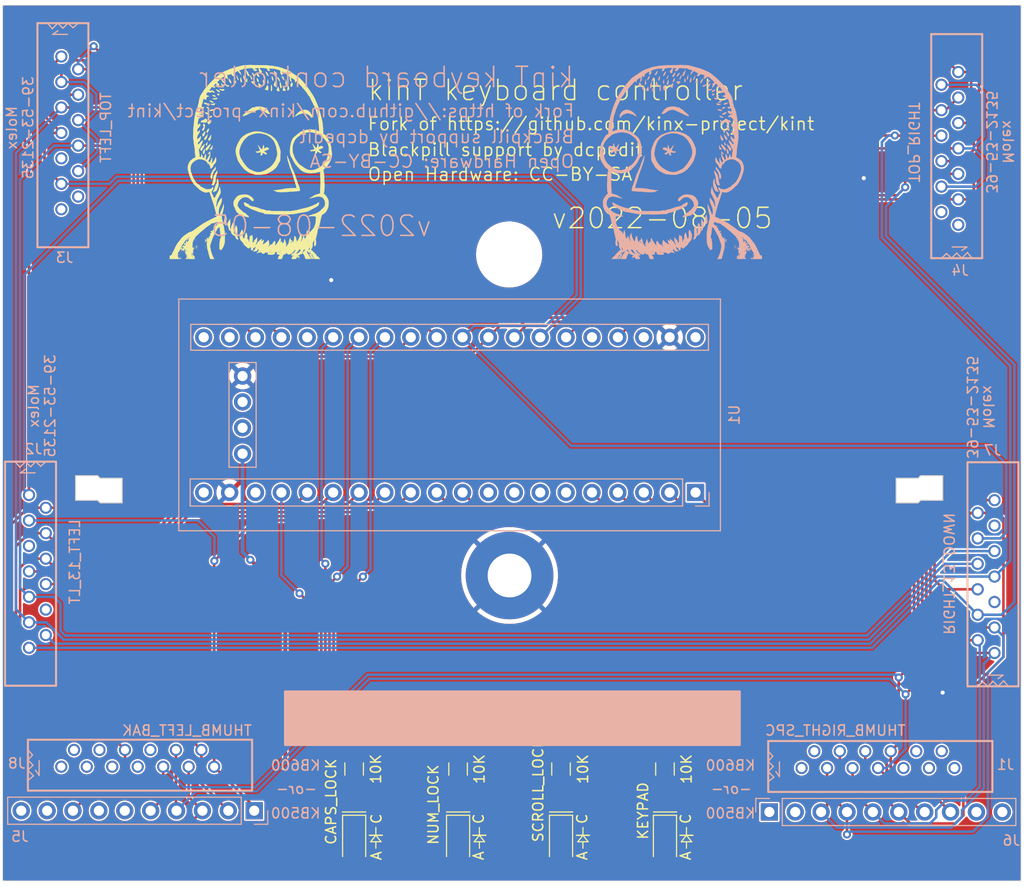
<source format=kicad_pcb>
(kicad_pcb (version 20211014) (generator pcbnew)
  (title_block (date "2021-06-26"))
  (layers (0 "F.Cu" signal) (31 "B.Cu" signal) (34 "B.Paste" user) (35 "F.Paste" user) (36 "B.SilkS" user "B.Silkscreen") (37 "F.SilkS" user "F.Silkscreen") (38 "B.Mask" user) (39 "F.Mask" user) (44 "Edge.Cuts" user))
  (net 0 "")
  (net 1 "/ROW_2")
  (net 2 "/ROW_3")
  (net 3 "/ROW_4")
  (net 4 "/ROW_5")
  (net 5 "/ROW_6")
  (net 6 "/ROW_8")
  (net 7 "/ROW_7")
  (net 8 "/ROW_9")
  (net 15 "/ROW_ESC")
  (net 16 "/ROW_F1")
  (net 17 "/ROW_F2")
  (net 21 "/ROW_1")
  (net 22 "/ROW_EQL")
  (net 24 "/3V3")
  (net 29 "/ROW_MIN")
  (net 30 "/ROW_0")
  (net 31 "GND")
  (net 32 "/COL_3")
  (net 34 "/COL_4")
  (net 35 "/COL_2")
  (net 36 "/COL_1")
  (net 38 "/COL_0")
  (net 42 "/COL_5")
  (net 47 "/COL_6")
  (net 52 "Net-(LED1-Pad1)")
  (net 53 "Net-(LED2-Pad1)")
  (net 54 "Net-(LED3-Pad1)")
  (net 55 "Net-(LED4-Pad1)")
  (net 56 "/LED_CAPS_LOCK")
  (net 57 "/LED_NUM_LOCK")
  (net 58 "/LED_SCROLL_LOCK")
  (net 59 "/LED_KEYPAD")
  (footprint "LED_SMD:LED_1206_3216Metric_Pad1.42x1.75mm_HandSolder" (layer "F.Cu") (at 133.2511 144.0036 -90)
    (fp_text reference "LED1" hide)
    (fp_text value "LEDSML1206" hide)
  )
  (footprint "LED_SMD:LED_1206_3216Metric_Pad1.42x1.75mm_HandSolder" (layer "F.Cu") (at 143.4511 144.0036 -90)
    (fp_text reference "LED2" hide)
    (fp_text value "LEDSML1206" hide)
  )
  (footprint "LED_SMD:LED_1206_3216Metric_Pad1.42x1.75mm_HandSolder" (layer "F.Cu") (at 153.5511 144.0036 -90)
    (fp_text reference "LED3" hide)
    (fp_text value "LEDSML1206" hide)
  )
  (footprint "LED_SMD:LED_1206_3216Metric_Pad1.42x1.75mm_HandSolder" (layer "F.Cu") (at 163.7511 144.0036 -90)
    (fp_text reference "LED4" hide)
    (fp_text value "LEDSML1206" hide)
  )
  (footprint "Resistor_SMD:R_1206_3216Metric_Pad1.42x1.75mm_HandSolder" (layer "F.Cu") (at 143.4511 137.0036 -90)
    (fp_text reference "R2")
    (fp_text value "10K")
  )
  (footprint "Resistor_SMD:R_1206_3216Metric_Pad1.42x1.75mm_HandSolder" (layer "F.Cu") (at 153.5511 137.0036 -90)
    (fp_text reference "R3")
    (fp_text value "10K")
  )
  (footprint "Resistor_SMD:R_1206_3216Metric_Pad1.42x1.75mm_HandSolder" (layer "F.Cu") (at 133.2511 137.0036 -90)
    (fp_text reference "R1")
    (fp_text value "10K")
  )
  (footprint "Resistor_SMD:R_1206_3216Metric_Pad1.42x1.75mm_HandSolder" (layer "F.Cu") (at 163.7511 137.0036 -90)
    (fp_text reference "R4")
    (fp_text value "10K")
  )
  (footprint "MountingHole:MountingHole_6mm" (layer "F.Cu") (at 148.463 86.487)
    (fp_text reference "H2" hide)
    (fp_text value "mounting pad")
  )
  (footprint "MountingHole:MountingHole_4.3mm_M4_Pad" (layer "F.Cu") (at 148.5011 118.0036)
    (fp_text reference "H1" hide)
    (fp_text value "mounting pad" hide)
  )
  (footprint "kinx:logo" (layer "F.Cu") (at 123.317 77.216)
    (fp_text reference "G***" hide)
    (fp_text value "LOGO" hide)
  )
  (footprint "kinx:39-53-2135" (layer "B.Cu") (at 101.346 117.602 -90)
    (fp_text reference "J2")
    (fp_text value "LEFT_13_LT")
  )
  (footprint "kinx:39-53-2135" (layer "B.Cu") (at 104.521 74.549 -90)
    (fp_text reference "J3")
    (fp_text value "TOP_LEFT")
  )
  (footprint "kinx:39-53-2135" (layer "B.Cu") (at 196.088 118.11 90)
    (fp_text reference "J7")
    (fp_text value "RIGHT_13_DOWN")
  )
  (footprint "kinx:39-53-2135" (layer "B.Cu") (at 192.532 76.073 90)
    (fp_text reference "J4")
    (fp_text value "TOP_RIGHT")
  )
  (footprint "kinx:39-53-2135" (layer "B.Cu") (at 112.014 136.779)
    (fp_text reference "J8")
    (fp_text value "THUMB_LEFT_BAK_KB600" hide)
  )
  (footprint "kinx:logo" (layer "B.Cu") (at 165.1 77.216 180)
    (fp_text reference "G***" hide)
    (fp_text value "LOGO" hide)
  )
  (footprint "kinx:39-53-2135" (layer "B.Cu") (at 184.658 136.906)
    (fp_text reference "J1")
    (fp_text value "THUMB_RIGHT_SPC_KB600" hide)
  )
  (footprint "Connector_PinHeader_2.54mm:PinHeader_1x10_P2.54mm_Vertical" (layer "B.Cu") (at 173.995 141.224 -90)
    (fp_text reference "J6")
    (fp_text value "THUMB_RIGHT_SPC")
  )
  (footprint "Connector_PinHeader_2.54mm:PinHeader_1x10_P2.54mm_Vertical" (layer "B.Cu") (at 123.444 141.097 90)
    (fp_text reference "J5")
    (fp_text value "THUMB_LEFT_BAK")
  )
  (footprint "Footprints:YAAJ_WeAct_BlackPill_SWD_2" (layer "B.Cu") (at 166.751 109.855 90)
    (fp_text reference "U1")
    (fp_text value "YAAJ_WeAct_BlackPill_Part_Like_SWD_Breakout" hide)
  )
  (gr_line (start 156.337 143.51) (end 155.702 143.51) (layer "F.SilkS") (width 0.12))
  (gr_line (start 155.194 144.145) (end 155.702 143.51) (layer "F.SilkS") (width 0.12))
  (gr_line (start 166.37 144.145) (end 165.354 144.145) (layer "F.SilkS") (width 0.12))
  (gr_line (start 165.227 143.51) (end 166.497 143.51) (layer "F.SilkS") (width 0.12))
  (gr_line (start 165.862 142.748) (end 165.862 143.51) (layer "F.SilkS") (width 0.12))
  (gr_line (start 165.862 144.145) (end 165.862 144.78) (layer "F.SilkS") (width 0.12))
  (gr_line (start 165.862 143.51) (end 166.37 144.145) (layer "F.SilkS") (width 0.12))
  (gr_line (start 165.354 144.145) (end 165.862 143.51) (layer "F.SilkS") (width 0.12))
  (gr_line (start 166.497 143.51) (end 165.862 143.51) (layer "F.SilkS") (width 0.12))
  (gr_line (start 165.862 143.51) (end 165.227 143.51) (layer "F.SilkS") (width 0.12))
  (gr_line (start 145.542 142.748) (end 145.542 143.51) (layer "F.SilkS") (width 0.12))
  (gr_line (start 145.542 144.145) (end 145.542 144.78) (layer "F.SilkS") (width 0.12))
  (gr_line (start 146.05 144.145) (end 145.034 144.145) (layer "F.SilkS") (width 0.12))
  (gr_line (start 145.034 144.145) (end 145.542 143.51) (layer "F.SilkS") (width 0.12))
  (gr_line (start 145.542 143.51) (end 146.05 144.145) (layer "F.SilkS") (width 0.12))
  (gr_line (start 144.907 143.51) (end 146.177 143.51) (layer "F.SilkS") (width 0.12))
  (gr_line (start 146.177 143.51) (end 145.542 143.51) (layer "F.SilkS") (width 0.12))
  (gr_line (start 145.542 143.51) (end 144.907 143.51) (layer "F.SilkS") (width 0.12))
  (gr_line (start 135.382 144.145) (end 135.382 144.78) (layer "F.SilkS") (width 0.12))
  (gr_line (start 134.874 144.145) (end 135.382 143.51) (layer "F.SilkS") (width 0.12))
  (gr_line (start 136.017 143.51) (end 135.382 143.51) (layer "F.SilkS") (width 0.12))
  (gr_line (start 134.747 143.51) (end 136.017 143.51) (layer "F.SilkS") (width 0.12))
  (gr_line (start 135.382 143.51) (end 135.89 144.145) (layer "F.SilkS") (width 0.12))
  (gr_line (start 135.382 142.748) (end 135.382 143.51) (layer "F.SilkS") (width 0.12))
  (gr_line (start 135.382 143.51) (end 134.747 143.51) (layer "F.SilkS") (width 0.12))
  (gr_line (start 135.89 144.145) (end 134.874 144.145) (layer "F.SilkS") (width 0.12))
  (gr_line (start 142.3161 141.224) (end 144.6021 141.224) (layer "F.SilkS") (width 0.12))
  (gr_line (start 132.1001 141.224) (end 134.3861 141.224) (layer "F.SilkS") (width 0.12))
  (gr_line (start 162.6161 141.224) (end 164.9021 141.224) (layer "F.SilkS") (width 0.12))
  (gr_line (start 155.702 142.748) (end 155.702 143.51) (layer "F.SilkS") (width 0.12))
  (gr_line (start 155.702 144.145) (end 155.702 144.78) (layer "F.SilkS") (width 0.12))
  (gr_line (start 155.702 143.51) (end 156.21 144.145) (layer "F.SilkS") (width 0.12))
  (gr_line (start 156.21 144.145) (end 155.194 144.145) (layer "F.SilkS") (width 0.12))
  (gr_line (start 155.067 143.51) (end 156.337 143.51) (layer "F.SilkS") (width 0.12))
  (gr_line (start 152.4161 141.224) (end 154.7021 141.224) (layer "F.SilkS") (width 0.12))
  (gr_line (start 155.702 143.51) (end 155.067 143.51) (layer "F.SilkS") (width 0.12))
  (gr_line (start 198.7 62.0036) (end 98.75 62.0036) (layer "Edge.Cuts") (width 0.05))
  (gr_line (start 105.918 108.204) (end 105.918 110.617) (layer "Edge.Cuts") (width 0.1))
  (gr_line (start 110.49 108.458) (end 108.331 108.458) (layer "Edge.Cuts") (width 0.1))
  (gr_line (start 110.49 110.871) (end 108.331 110.871) (layer "Edge.Cuts") (width 0.1))
  (gr_line (start 108.077 108.204) (end 105.918 108.204) (layer "Edge.Cuts") (width 0.1))
  (gr_line (start 105.918 110.617) (end 108.077 110.617) (layer "Edge.Cuts") (width 0.1))
  (gr_line (start 191.008 108.204) (end 191.008 110.617) (layer "Edge.Cuts") (width 0.1))
  (gr_line (start 186.436 110.871) (end 188.595 110.871) (layer "Edge.Cuts") (width 0.1))
  (gr_line (start 188.849 110.617) (end 188.595 110.871) (layer "Edge.Cuts") (width 0.1))
  (gr_line (start 188.849 108.204) (end 188.595 108.458) (layer "Edge.Cuts") (width 0.1))
  (gr_line (start 186.436 108.458) (end 186.436 110.871) (layer "Edge.Cuts") (width 0.1))
  (gr_line (start 188.849 108.204) (end 191.008 108.204) (layer "Edge.Cuts") (width 0.1))
  (gr_line (start 191.008 110.617) (end 188.849 110.617) (layer "Edge.Cuts") (width 0.1))
  (gr_line (start 186.436 108.458) (end 188.595 108.458) (layer "Edge.Cuts") (width 0.1))
  (gr_line (start 98.75 148.0036) (end 198.7 148.0036) (layer "Edge.Cuts") (width 0.05))
  (gr_line (start 198.7 148.0036) (end 198.7 62.0036) (layer "Edge.Cuts") (width 0.05))
  (gr_line (start 98.75 62.0036) (end 98.75 148.0036) (layer "Edge.Cuts") (width 0.05))
  (gr_line (start 108.077 110.617) (end 108.331 110.871) (layer "Edge.Cuts") (width 0.1))
  (gr_line (start 110.49 108.458) (end 110.49 110.871) (layer "Edge.Cuts") (width 0.1))
  (gr_line (start 108.077 108.204) (end 108.331 108.458) (layer "Edge.Cuts") (width 0.1))
  (gr_text "Blackpill support by dcpedit" (at 154.94 74.93) (layer "B.SilkS") (effects (font (size 1.25 1.25)) (justify left mirror)))
  (gr_text "v2022-08-05" (at 140.97 83.693) (layer "B.SilkS") (effects (font (size 2 2)) (justify left mirror)))
  (gr_text "kinT keyboard controller" (at 154.94 69.088) (layer "B.SilkS") (effects (font (size 2 2)) (justify left mirror)))
  (gr_text "Molex\n39-53-2135" (at 196.596 75.438 270) (layer "B.SilkS") (effects (font (size 1 1)) (justify mirror)))
  (gr_text "Molex\n39-53-2135" (at 194.691 101.473 270) (layer "B.SilkS") (effects (font (size 1 1)) (justify mirror)))
  (gr_text "Molex\n39-53-2135" (at 102.616 101.346 90) (layer "B.SilkS") (effects (font (size 1 1)) (justify mirror)))
  (gr_text "KB500" (at 170.18 141.351) (layer "B.SilkS") (effects (font (size 1 1)) (justify mirror)))
  (gr_text "-or-" (at 170.307 138.938) (layer "B.SilkS") (effects (font (size 1 1) (thickness 0.15) italic) (justify mirror)))
  (gr_text "KB600" (at 170.18 136.652) (layer "B.SilkS") (effects (font (size 1 1)) (justify mirror)))
  (gr_text "KB600" (at 127.508 136.652) (layer "B.SilkS") (effects (font (size 1 1)) (justify mirror)))
  (gr_text "KB500" (at 127.508 141.351) (layer "B.SilkS") (effects (font (size 1 1)) (justify mirror)))
  (gr_text "-or-" (at 127.635 138.938) (layer "B.SilkS") (effects (font (size 1 1) (thickness 0.15) italic) (justify mirror)))
  (gr_text "Open Hardware: CC-BY-SA" (at 154.94 77.343) (layer "B.SilkS") (effects (font (size 1.25 1.25)) (justify left mirror)))
  (gr_text "Fork of https://github.com/kinx-project/kint" (at 154.94 72.39) (layer "B.SilkS") (effects (font (size 1.25 1.25)) (justify left mirror)))
  (gr_text "Molex\n39-53-2135" (at 100.457 74.041 90) (layer "B.SilkS") (effects (font (size 1 1)) (justify mirror)))
  (gr_text "Blackpill support by dcpedit" (at 134.493 76.2) (layer "F.SilkS") (effects (font (size 1.25 1.25)) (justify left)))
  (gr_text "Fork of https://github.com/kinx-project/kint" (at 134.493 73.66) (layer "F.SilkS") (effects (font (size 1.25 1.25)) (justify left)))
  (gr_text "kinT keyboard controller" (at 134.493 70.358) (layer "F.SilkS") (effects (font (size 2 2)) (justify left)))
  (gr_text "Open Hardware: CC-BY-SA" (at 134.493 78.613) (layer "F.SilkS") (effects (font (size 1.25 1.25)) (justify left)))
  (gr_text "v2022-08-05" (at 152.527 82.931) (layer "F.SilkS") (effects (font (size 2 2)) (justify left)))
  (gr_text "C" (at 136.017 142.494 90) (layer "F.SilkS") (effects (font (size 1 1)) (justify left bottom)))
  (gr_text "A" (at 136.017 146.05 90) (layer "F.SilkS") (effects (font (size 1 1)) (justify left bottom)))
  (gr_text "C" (at 146.05 142.494 90) (layer "F.SilkS") (effects (font (size 1 1)) (justify left bottom)))
  (gr_text "A" (at 146.05 146.05 90) (layer "F.SilkS") (effects (font (size 1 1)) (justify left bottom)))
  (gr_text "A" (at 156.21 146.05 90) (layer "F.SilkS") (effects (font (size 1 1)) (justify left bottom)))
  (gr_text "C" (at 156.21 142.494 90) (layer "F.SilkS") (effects (font (size 1 1)) (justify left bottom)))
  (gr_text "A" (at 166.37 146.05 90) (layer "F.SilkS") (effects (font (size 1 1)) (justify left bottom)))
  (gr_text "C" (at 166.37 142.494 90) (layer "F.SilkS") (effects (font (size 1 1)) (justify left bottom)))
  (gr_text "CAPS_LOCK" (at 131.572 144.526 90) (layer "F.SilkS") (effects (font (size 1 1)) (justify left bottom)))
  (gr_text "NUM_LOCK" (at 141.605 144.526 90) (layer "F.SilkS") (effects (font (size 1 1)) (justify left bottom)))
  (gr_text "SCROLL_LOCK" (at 151.892 144.272 90) (layer "F.SilkS") (effects (font (size 1 1)) (justify left bottom)))
  (gr_text "KEYPAD" (at 162.179 144.018 90) (layer "F.SilkS") (effects (font (size 1 1)) (justify left bottom)))
  (segment (start 130.064089 110.981911) (end 128.092489 110.981911) (width 0.25) (layer "F.Cu") (net 1))
  (segment (start 116.58537 111.38383) (end 109.92104 118.04816) (width 0.25) (layer "F.Cu") (net 1))
  (segment (start 100.9825 127.0175) (end 100.469089 126.504089) (width 0.25) (layer "F.Cu") (net 1))
  (segment (start 109.92104 118.04816) (end 109.28516 118.04816) (width 0.25) (layer "F.Cu") (net 1))
  (segment (start 100.469089 126.504089) (end 100.469089 117.23877) (width 0.25) (layer "F.Cu") (net 1))
  (segment (start 105.791 131.826) (end 100.9825 127.0175) (width 0.25) (layer "F.Cu") (net 1))
  (segment (start 131.191 109.855) (end 130.064089 110.981911) (width 0.25) (layer "F.Cu") (net 1))
  (segment (start 118.264 138.457) (end 120.904 141.097) (width 0.25) (layer "F.Cu") (net 1))
  (segment (start 127.69057 111.38383) (end 116.58537 111.38383) (width 0.25) (layer "F.Cu") (net 1))
  (segment (start 128.092489 110.981911) (end 127.69057 111.38383) (width 0.25) (layer "F.Cu") (net 1))
  (segment (start 114.961 131.826) (end 118.264 135.129) (width 0.25) (layer "F.Cu") (net 1))
  (segment (start 101.355859 116.352) (end 101.648 116.352) (width 0.25) (layer "F.Cu") (net 1))
  (segment (start 114.961 131.826) (end 105.791 131.826) (width 0.25) (layer "F.Cu") (net 1))
  (segment (start 100.469089 117.23877) (end 101.355859 116.352) (width 0.25) (layer "F.Cu") (net 1))
  (segment (start 118.264 135.129) (end 118.264 138.457) (width 0.25) (layer "F.Cu") (net 1))
  (segment (start 104.69216 118.04816) (end 109.28516 118.04816) (width 0.25) (layer "F.Cu") (net 1))
  (segment (start 102.996 116.352) (end 104.69216 118.04816) (width 0.25) (layer "F.Cu") (net 1))
  (segment (start 102.996 116.352) (end 101.648 116.352) (width 0.25) (layer "F.Cu") (net 1))
  (segment (start 105.664 141.097) (end 108.077 138.684) (width 0.25) (layer "F.Cu") (net 2))
  (segment (start 108.077 138.684) (end 108.585 138.684) (width 0.25) (layer "F.Cu") (net 2))
  (segment (start 101.355859 113.852) (end 100.067169 115.14069) (width 0.25) (layer "F.Cu") (net 2))
  (segment (start 109.75456 117.64624) (end 108.92176 117.64624) (width 0.25) (layer "F.Cu") (net 2))
  (segment (start 127.524089 110.981911) (end 116.418889 110.981911) (width 0.25) (layer "F.Cu") (net 2))
  (segment (start 116.418889 110.981911) (end 109.75456 117.64624) (width 0.25) (layer "F.Cu") (net 2))
  (segment (start 105.62452 132.22792) (end 107.86292 132.22792) (width 0.25) (layer "F.Cu") (net 2))
  (segment (start 128.651 109.855) (end 127.524089 110.981911) (width 0.25) (layer "F.Cu") (net 2))
  (segment (start 107.86292 132.22792) (end 110.764 135.129) (width 0.25) (layer "F.Cu") (net 2))
  (segment (start 106.79024 117.64624) (end 108.92176 117.64624) (width 0.25) (layer "F.Cu") (net 2))
  (segment (start 101.54 113.852) (end 102.996 113.852) (width 0.25) (layer "F.Cu") (net 2))
  (segment (start 100.067169 126.670569) (end 105.62452 132.22792) (width 0.25) (layer "F.Cu") (net 2))
  (segment (start 100.067169 115.14069) (end 100.067169 126.670569) (width 0.25) (layer "F.Cu") (net 2))
  (segment (start 109.982 138.684) (end 108.585 138.684) (width 0.25) (layer "F.Cu") (net 2))
  (segment (start 102.996 113.852) (end 106.79024 117.64624) (width 0.25) (layer "F.Cu") (net 2))
  (segment (start 110.764 137.902) (end 109.982 138.684) (width 0.25) (layer "F.Cu") (net 2))
  (segment (start 110.764 135.129) (end 110.764 137.902) (width 0.25) (layer "F.Cu") (net 2))
  (segment (start 101.54 113.852) (end 101.355859 113.852) (width 0.25) (layer "F.Cu") (net 2))
  (segment (start 132.93705 111.78575) (end 133.338969 111.383831) (width 0.25) (layer "F.Cu") (net 3))
  (segment (start 123.444 140.709) (end 123.444 141.097) (width 0.25) (layer "F.Cu") (net 3))
  (segment (start 119.514 136.779) (end 123.444 140.709) (width 0.25) (layer "F.Cu") (net 3))
  (segment (start 128.190012 112.589588) (end 128.591929 112.187671) (width 0.25) (layer "F.Cu") (net 3))
  (segment (start 135.310569 111.383831) (end 135.712489 110.981911) (width 0.25) (layer "F.Cu") (net 3))
  (segment (start 135.712489 110.981911) (end 137.684089 110.981911) (width 0.25) (layer "F.Cu") (net 3))
  (segment (start 128.591929 112.187671) (end 130.56353 112.18767) (width 0.25) (layer "F.Cu") (net 3))
  (segment (start 119.514 136.779) (end 119.514 116.594) (width 0.25) (layer "F.Cu") (net 3))
  (segment (start 119.514 116.594) (end 119.533 116.575) (width 0.25) (layer "F.Cu") (net 3))
  (segment (start 137.684089 110.981911) (end 138.811 109.855) (width 0.25) (layer "F.Cu") (net 3))
  (segment (start 119.533 116.573) (end 123.516411 112.589589) (width 0.25) (layer "F.Cu") (net 3))
  (segment (start 130.56353 112.18767) (end 130.965449 111.785751) (width 0.25) (layer "F.Cu") (net 3))
  (segment (start 130.965449 111.785751) (end 132.93705 111.78575) (width 0.25) (layer "F.Cu") (net 3))
  (segment (start 123.516411 112.589589) (end 128.190012 112.589588) (width 0.25) (layer "F.Cu") (net 3))
  (segment (start 133.338969 111.383831) (end 135.310569 111.383831) (width 0.25) (layer "F.Cu") (net 3))
  (segment (start 119.533 116.573) (end 119.533 116.575) (width 0.25) (layer "F.Cu") (net 3))
  (via (at 119.533 116.575) (size 0.8) (drill 0.4) (layers "F.Cu" "B.Cu") (net 3))
  (segment (start 117.94 112.602) (end 118.874 113.536) (width 0.25) (layer "B.Cu") (net 3))
  (segment (start 119.533 114.195) (end 118.874 113.536) (width 0.25) (layer "B.Cu") (net 3))
  (segment (start 119.533 116.575) (end 119.533 114.195) (width 0.25) (layer "B.Cu") (net 3))
  (segment (start 101.346 112.602) (end 117.94 112.602) (width 0.25) (layer "B.Cu") (net 3))
  (segment (start 101.246 111.352) (end 99.665249 112.932751) (width 0.25) (layer "F.Cu") (net 4))
  (segment (start 102.996 111.352) (end 104.167 111.352) (width 0.25) (layer "F.Cu") (net 4))
  (segment (start 99.66525 126.83705) (end 101.710911 128.882711) (width 0.25) (layer "F.Cu") (net 4))
  (segment (start 99.665249 112.932751) (end 99.66525 126.83705) (width 0.25) (layer "F.Cu") (net 4))
  (segment (start 101.710911 142.223911) (end 102.87 143.383) (width 0.25) (layer "F.Cu") (net 4))
  (segment (start 104.648 110.871) (end 104.648 104.14) (width 0.25) (layer "F.Cu") (net 4))
  (segment (start 102.87 143.383) (end 116.078 143.383) (width 0.25) (layer "F.Cu") (net 4))
  (segment (start 136.917 96.509) (end 113.295 96.509) (width 0.25) (layer "F.Cu") (net 4))
  (segment (start 112.279 96.509) (end 113.295 96.509) (width 0.25) (layer "F.Cu") (net 4))
  (segment (start 104.648 104.14) (end 112.279 96.509) (width 0.25) (layer "F.Cu") (net 4))
  (segment (start 104.167 111.352) (end 104.648 110.871) (width 0.25) (layer "F.Cu") (net 4))
  (segment (start 138.811 94.615) (end 136.917 96.509) (width 0.25) (layer "F.Cu") (net 4))
  (segment (start 117.014 136.779) (end 117.014 139.747) (width 0.25) (layer "F.Cu") (net 4))
  (segment (start 101.710911 128.882711) (end 101.710911 142.223911) (width 0.25) (layer "F.Cu") (net 4))
  (segment (start 116.078 143.383) (end 118.364 141.097) (width 0.25) (layer "F.Cu") (net 4))
  (segment (start 117.014 139.747) (end 118.364 141.097) (width 0.25) (layer "F.Cu") (net 4))
  (segment (start 102.996 111.352) (end 101.246 111.352) (width 0.25) (layer "F.Cu") (net 4))
  (segment (start 164.67199 112.58959) (end 164.270071 112.187671) (width 0.25) (layer "F.Cu") (net 5))
  (segment (start 179.658 136.906) (end 179.658 140.641) (width 0.25) (layer "F.Cu") (net 5))
  (segment (start 159.92495 111.78575) (end 159.523031 111.383831) (width 0.25) (layer "F.Cu") (net 5))
  (segment (start 162.29847 112.18767) (end 161.896551 111.785751) (width 0.25) (layer "F.Cu") (net 5))
  (segment (start 157.551431 111.383831) (end 157.149511 110.981911) (width 0.25) (layer "F.Cu") (net 5))
  (segment (start 159.523031 111.383831) (end 157.551431 111.383831) (width 0.25) (layer "F.Cu") (net 5))
  (segment (start 157.149511 110.981911) (end 145.017911 110.981911) (width 0.25) (layer "F.Cu") (net 5))
  (segment (start 161.896551 111.785751) (end 159.92495 111.78575) (width 0.25) (layer "F.Cu") (net 5))
  (segment (start 182.698681 113.610681) (end 167.664675 113.610675) (width 0.25) (layer "F.Cu") (net 5))
  (segment (start 164.270071 112.187671) (end 162.29847 112.18767) (width 0.25) (layer "F.Cu") (net 5))
  (segment (start 191.904 125.61) (end 188.99692 122.70292) (width 0.25) (layer "F.Cu") (net 5))
  (segment (start 179.658 140.641) (end 179.075 141.224) (width 0.25) (layer "F.Cu") (net 5))
  (segment (start 145.017911 110.981911) (end 143.891 109.855) (width 0.25) (layer "F.Cu") (net 5))
  (segment (start 166.643591 112.589591) (end 164.67199 112.58959) (width 0.25) (layer "F.Cu") (net 5))
  (segment (start 167.664675 113.610675) (end 166.643591 112.589591) (width 0.25) (layer "F.Cu") (net 5))
  (segment (start 185.553081 113.610681) (end 182.698681 113.610681) (width 0.25) (layer "F.Cu") (net 5))
  (segment (start 188.99692 122.70292) (end 188.99692 117.05452) (width 0.25) (layer "F.Cu") (net 5))
  (segment (start 188.99692 117.05452) (end 185.553081 113.610681) (width 0.25) (layer "F.Cu") (net 5))
  (segment (start 196.088 125.61) (end 191.904 125.61) (width 0.25) (layer "F.Cu") (net 5))
  (segment (start 180.60383 142.75283) (end 179.075 141.224) (width 0.25) (layer "B.Cu") (net 5))
  (segment (start 192.901911 141.043395) (end 192.901911 141.690783) (width 0.25) (layer "B.Cu") (net 5))
  (segment (start 196.088 125.61) (end 195.039991 126.658009) (width 0.25) (layer "B.Cu") (net 5))
  (segment (start 192.901911 141.690783) (end 191.839864 142.75283) (width 0.25) (layer "B.Cu") (net 5))
  (segment (start 191.839864 142.75283) (end 180.60383 142.75283) (width 0.25) (layer "B.Cu") (net 5))
  (segment (start 195.039991 126.658009) (end 195.039991 138.905315) (width 0.25) (layer "B.Cu") (net 5))
  (segment (start 195.039991 138.905315) (end 192.901911 141.043395) (width 0.25) (layer "B.Cu") (net 5))
  (segment (start 167.831156 113.208756) (end 166.810071 112.187671) (width 0.25) (layer "F.Cu") (net 6))
  (segment (start 164.83847 112.18767) (end 164.436551 111.785751) (width 0.25) (layer "F.Cu") (net 6))
  (segment (start 160.091431 111.383831) (end 159.689511 110.981911) (width 0.25) (layer "F.Cu") (net 6))
  (segment (start 185.719559 113.208759) (end 183.463241 113.208759) (width 0.25) (layer "F.Cu") (net 6))
  (segment (start 189.39884 116.88804) (end 185.719559 113.208759) (width 0.25) (layer "F.Cu") (net 6))
  (segment (start 191.2224 124.36) (end 189.39884 122.53644) (width 0.25) (layer "F.Cu") (net 6))
  (segment (start 183.463241 113.208759) (end 167.831156 113.208756) (width 0.25) (layer "F.Cu") (net 6))
  (segment (start 182.158 136.906) (end 182.158 139.227) (width 0.25) (layer "F.Cu") (net 6))
  (segment (start 162.063031 111.383831) (end 160.091431 111.383831) (width 0.25) (layer "F.Cu") (net 6))
  (segment (start 162.464951 111.785751) (end 162.063031 111.383831) (width 0.25) (layer "F.Cu") (net 6))
  (segment (start 157.717911 110.981911) (end 156.591 109.855) (width 0.25) (layer "F.Cu") (net 6))
  (segment (start 189.39884 122.53644) (end 189.39884 116.88804) (width 0.25) (layer "F.Cu") (net 6))
  (segment (start 194.438 124.36) (end 191.2224 124.36) (width 0.25) (layer "F.Cu") (net 6))
  (segment (start 159.689511 110.981911) (end 157.717911 110.981911) (width 0.25) (layer "F.Cu") (net 6))
  (segment (start 166.810071 112.187671) (end 164.83847 112.18767) (width 0.25) (layer "F.Cu") (net 6))
  (segment (start 182.158 139.227) (end 184.155 141.224) (width 0.25) (layer "F.Cu") (net 6))
  (segment (start 164.436551 111.785751) (end 162.464951 111.785751) (width 0.25) (layer "F.Cu") (net 6))
  (segment (start 185.281911 142.350911) (end 189.754089 142.350911) (width 0.25) (layer "B.Cu") (net 6))
  (segment (start 189.754089 142.350911) (end 190.373 141.732) (width 0.25) (layer "B.Cu") (net 6))
  (segment (start 190.373 141.032306) (end 191.308217 140.097089) (width 0.25) (layer "B.Cu") (net 6))
  (segment (start 194.638071 124.560071) (end 194.438 124.36) (width 0.25) (layer "B.Cu") (net 6))
  (segment (start 193.279817 140.097089) (end 194.638071 138.738835) (width 0.25) (layer "B.Cu") (net 6))
  (segment (start 184.155 141.224) (end 185.281911 142.350911) (width 0.25) (layer "B.Cu") (net 6))
  (segment (start 191.308217 140.097089) (end 193.279817 140.097089) (width 0.25) (layer "B.Cu") (net 6))
  (segment (start 190.373 141.732) (end 190.373 141.032306) (width 0.25) (layer "B.Cu") (net 6))
  (segment (start 194.638071 138.738835) (end 194.638071 124.560071) (width 0.25) (layer "B.Cu") (net 6))
  (segment (start 189.80076 122.36996) (end 189.800759 116.721559) (width 0.25) (layer "F.Cu") (net 7))
  (segment (start 160.257911 110.981911) (end 159.131 109.855) (width 0.25) (layer "F.Cu") (net 7))
  (segment (start 196.088 123.11) (end 190.5408 123.11) (width 0.25) (layer "F.Cu") (net 7))
  (segment (start 180.908 140.517) (end 181.615 141.224) (width 0.25) (layer "F.Cu") (net 7))
  (segment (start 189.800759 116.721559) (end 185.88604 112.80684) (width 0.25) (layer "F.Cu") (net 7))
  (segment (start 181.61 143.42973) (end 181.61 141.229) (width 0.25) (layer "F.Cu") (net 7))
  (segment (start 190.5408 123.11) (end 189.80076 122.36996) (width 0.25) (layer "F.Cu") (net 7))
  (segment (start 166.976551 111.785751) (end 165.004951 111.785751) (width 0.25) (layer "F.Cu") (net 7))
  (segment (start 162.229511 110.981911) (end 160.257911 110.981911) (width 0.25) (layer "F.Cu") (net 7))
  (segment (start 183.86516 112.80684) (end 167.997637 112.806837) (width 0.25) (layer "F.Cu") (net 7))
  (segment (start 185.88604 112.80684) (end 183.86516 112.80684) (width 0.25) (layer "F.Cu") (net 7))
  (segment (start 180.908 135.256) (end 180.908 140.517) (width 0.25) (layer "F.Cu") (net 7))
  (segment (start 164.603031 111.383831) (end 162.631431 111.383831) (width 0.25) (layer "F.Cu") (net 7))
  (segment (start 162.631431 111.383831) (end 162.229511 110.981911) (width 0.25) (layer "F.Cu") (net 7))
  (segment (start 181.61 141.229) (end 181.615 141.224) (width 0.25) (layer "F.Cu") (net 7))
  (segment (start 165.004951 111.785751) (end 164.603031 111.383831) (width 0.25) (layer "F.Cu") (net 7))
  (segment (start 167.997637 112.806837) (end 166.976551 111.785751) (width 0.25) (layer "F.Cu") (net 7))
  (via (at 181.61 143.42973) (size 0.8) (drill 0.4) (layers "F.Cu" "B.Cu") (net 7))
  (segment (start 195.441911 127.519089) (end 196.964911 125.996089) (width 0.25) (layer "B.Cu") (net 7))
  (segment (start 193.977945 143.154749) (end 195.441911 141.690783) (width 0.25) (layer "B.Cu") (net 7))
  (segment (start 195.441911 141.690783) (end 195.441911 127.519089) (width 0.25) (layer "B.Cu") (net 7))
  (segment (start 196.964911 123.986911) (end 196.088 123.11) (width 0.25) (layer "B.Cu") (net 7))
  (segment (start 181.61 143.42973) (end 181.884981 143.154749) (width 0.25) (layer "B.Cu") (net 7))
  (segment (start 196.964911 125.996089) (end 196.964911 123.986911) (width 0.25) (layer "B.Cu") (net 7))
  (segment (start 181.884981 143.154749) (end 193.977945 143.154749) (width 0.25) (layer "B.Cu") (net 7))
  (segment (start 196.6595 112.0775) (end 196.442 111.86) (width 0.25) (layer "F.Cu") (net 8))
  (segment (start 196.6595 112.0775) (end 196.964911 112.382911) (width 0.25) (layer "F.Cu") (net 8))
  (segment (start 167.309511 110.981911) (end 165.337911 110.981911) (width 0.25) (layer "F.Cu") (net 8))
  (segment (start 196.964911 125.996089) (end 193.034911 129.926089) (width 0.25) (layer "F.Cu") (net 8))
  (segment (start 168.330599 112.002999) (end 167.309511 110.981911) (width 0.25) (layer "F.Cu") (net 8))
  (segment (start 183.408 135.256) (end 183.408 137.937) (width 0.25) (layer "F.Cu") (net 8))
  (segment (start 193.034911 129.926089) (end 193.034911 141.557783) (width 0.25) (layer "F.Cu") (net 8))
  (segment (start 189.278 115.062) (end 186.219 112.003) (width 0.25) (layer "F.Cu") (net 8))
  (segment (start 165.337911 110.981911) (end 164.211 109.855) (width 0.25) (layer "F.Cu") (net 8))
  (segment (start 194.438 111.86) (end 193.766259 111.86) (width 0.25) (layer "F.Cu") (net 8))
  (segment (start 196.442 111.86) (end 195.861 111.86) (width 0.25) (layer "F.Cu") (net 8))
  (segment (start 183.408 137.937) (end 186.695 141.224) (width 0.25) (layer "F.Cu") (net 8))
  (segment (start 186.219 112.003) (end 168.330599 112.002999) (width 0.25) (layer "F.Cu") (net 8))
  (segment (start 190.564259 115.062) (end 189.278 115.062) (width 0.25) (layer "F.Cu") (net 8))
  (segment (start 186.695 141.224) (end 187.821911 142.350911) (width 0.25) (layer "F.Cu") (net 8))
  (segment (start 196.964911 112.382911) (end 196.964911 125.996089) (width 0.25) (layer "F.Cu") (net 8))
  (segment (start 187.821911 142.350911) (end 192.241783 142.350911) (width 0.25) (layer "F.Cu") (net 8))
  (segment (start 192.241783 142.350911) (end 192.632847 141.959847) (width 0.25) (layer "F.Cu") (net 8))
  (segment (start 193.034911 141.557783) (end 192.632847 141.959847) (width 0.25) (layer "F.Cu") (net 8))
  (segment (start 193.766259 111.86) (end 190.564259 115.062) (width 0.25) (layer "F.Cu") (net 8))
  (segment (start 195.861 111.86) (end 194.438 111.86) (width 0.25) (layer "F.Cu") (net 8))
  (segment (start 107.696 66.04) (end 108.675679 67.019679) (width 0.25) (layer "F.Cu") (net 15))
  (segment (start 125.150569 93.086169) (end 125.5494 93.485) (width 0.25) (layer "F.Cu") (net 15))
  (segment (start 112.41592 72.85852) (end 112.41592 88.53992) (width 0.25) (layer "F.Cu") (net 15))
  (segment (start 120.85596 90.76316) (end 121.7264 91.6336) (width 0.25) (layer "F.Cu") (net 15))
  (segment (start 112.41592 88.53992) (end 114.63916 90.76316) (width 0.25) (layer "F.Cu") (net 15))
  (segment (start 140.221 93.485) (end 141.351 94.615) (width 0.25) (layer "F.Cu") (net 15))
  (segment (start 125.5494 93.485) (end 140.221 93.485) (width 0.25) (layer "F.Cu") (net 15))
  (segment (start 193.003679 67.019679) (end 194.564 68.58) (width 0.25) (layer "F.Cu") (net 15))
  (segment (start 106.171 68.299) (end 107.8564 68.299) (width 0.25) (layer "F.Cu") (net 15))
  (segment (start 123.178969 93.086169) (end 125.150569 93.086169) (width 0.25) (layer "F.Cu") (net 15))
  (segment (start 194.564 73.279) (end 194.27 73.573) (width 0.25) (layer "F.Cu") (net 15))
  (segment (start 108.675679 67.019679) (end 193.003679 67.019679) (width 0.25) (layer "F.Cu") (net 15))
  (segment (start 194.27 73.573) (end 192.532 73.573) (width 0.25) (layer "F.Cu") (net 15))
  (segment (start 121.7264 91.6336) (end 123.178969 93.086169) (width 0.25) (layer "F.Cu") (net 15))
  (segment (start 107.8564 68.299) (end 112.41592 72.85852) (width 0.25) (layer "F.Cu") (net 15))
  (segment (start 194.564 68.58) (end 194.564 73.279) (width 0.25) (layer "F.Cu") (net 15))
  (segment (start 114.63916 90.76316) (end 120.85596 90.76316) (width 0.25) (layer "F.Cu") (net 15))
  (via (at 107.696 66.04) (size 0.8) (drill 0.4) (layers "F.Cu" "B.Cu") (net 15))
  (segment (start 107.696 66.04) (end 106.172 67.564) (width 0.25) (layer "B.Cu") (net 15))
  (segment (start 106.172 68.298) (end 106.171 68.299) (width 0.25) (layer "B.Cu") (net 15))
  (segment (start 106.172 67.564) (end 106.172 68.298) (width 0.25) (layer "B.Cu") (net 15))
  (segment (start 191.262 73.279) (end 192.405 72.136) (width 0.25) (layer "F.Cu") (net 16))
  (segment (start 192.532 68.573) (end 191.380599 67.421599) (width 0.25) (layer "F.Cu") (net 16))
  (segment (start 104.521 68.650446) (end 104.521 69.549) (width 0.25) (layer "F.Cu") (net 16))
  (segment (start 192.405 72.136) (end 193.294 72.136) (width 0.25) (layer "F.Cu") (net 16))
  (segment (start 193.802 68.961) (end 193.414 68.573) (width 0.25) (layer "F.Cu") (net 16))
  (segment (start 194.056 75.311) (end 193.548 74.803) (width 0.25) (layer "F.Cu") (net 16))
  (segment (start 162.063 91.683) (end 172.786921 91.682999) (width 0.25) (layer "F.Cu") (net 16))
  (segment (start 194.056 80.645) (end 194.056 78.486) (width 0.25) (layer "F.Cu") (net 16))
  (segment (start 193.294 72.136) (end 193.802 71.628) (width 0.25) (layer "F.Cu") (net 16))
  (segment (start 192.893 77.323) (end 190.882 77.323) (width 0.25) (layer "F.Cu") (net 16))
  (segment (start 194.056 78.486) (end 192.893 77.323) (width 0.25) (layer "F.Cu") (net 16))
  (segment (start 194.056 76.2) (end 194.056 75.311) (width 0.25) (layer "F.Cu") (net 16))
  (segment (start 192.893 77.323) (end 192.933 77.323) (width 0.25) (layer "F.Cu") (net 16))
  (segment (start 193.802 71.628) (end 193.802 68.961) (width 0.25) (layer "F.Cu") (net 16))
  (segment (start 191.262 73.787) (end 191.262 73.279) (width 0.25) (layer "F.Cu") (net 16))
  (segment (start 191.380599 67.421599) (end 105.749847 67.421599) (width 0.25) (layer "F.Cu") (net 16))
  (segment (start 180.166 81.073) (end 192.532 81.073) (width 0.25) (layer "F.Cu") (net 16))
  (segment (start 178.816 82.423) (end 180.166 81.073) (width 0.25) (layer "F.Cu") (net 16))
  (segment (start 178.816 85.65392) (end 176.49446 87.97546) (width 0.25) (layer "F.Cu") (net 16))
  (segment (start 192.933 77.323) (end 194.056 76.2) (width 0.25) (layer "F.Cu") (net 16))
  (segment (start 192.278 74.803) (end 191.262 73.787) (width 0.25) (layer "F.Cu") (net 16))
  (segment (start 193.628 81.073) (end 194.056 80.645) (width 0.25) (layer "F.Cu") (net 16))
  (segment (start 178.816 82.423) (end 178.816 85.65392) (width 0.25) (layer "F.Cu") (net 16))
  (segment (start 192.532 81.073) (end 193.628 81.073) (width 0.25) (layer "F.Cu") (net 16))
  (segment (start 159.131 94.615) (end 162.063 91.683) (width 0.25) (layer "F.Cu") (net 16))
  (segment (start 105.749847 67.421599) (end 104.521 68.650446) (width 0.25) (layer "F.Cu") (net 16))
  (segment (start 193.414 68.573) (end 192.532 68.573) (width 0.25) (layer "F.Cu") (net 16))
  (segment (start 193.548 74.803) (end 192.278 74.803) (width 0.25) (layer "F.Cu") (net 16))
  (segment (start 172.786921 91.682999) (end 176.49446 87.97546) (width 0.25) (layer "F.Cu") (net 16))
  (segment (start 107.95 72.39) (end 107.041 73.299) (width 0.25) (layer "B.Cu") (net 16))
  (segment (start 108.077 76.393) (end 106.171 78.299) (width 0.25) (layer "B.Cu") (net 16))
  (segment (start 106.76 69.549) (end 107.95 70.739) (width 0.25) (layer "B.Cu") (net 16))
  (segment (start 107.041 73.299) (end 106.171 73.299) (width 0.25) (layer "B.Cu") (net 16))
  (segment (start 104.521 69.549) (end 106.76 69.549) (width 0.25) (layer "B.Cu") (net 16))
  (segment (start 106.171 73.299) (end 108.077 75.205) (width 0.25) (layer "B.Cu") (net 16))
  (segment (start 107.95 70.739) (end 107.95 72.39) (width 0.25) (layer "B.Cu") (net 16))
  (segment (start 108.077 75.205) (end 108.077 76.393) (width 0.25) (layer "B.Cu") (net 16))
  (segment (start 155.011431 93.086169) (end 154.609511 93.488089) (width 0.25) (layer "F.Cu") (net 17))
  (segment (start 103.632 74.549) (end 102.87 75.311) (width 0.25) (layer "F.Cu") (net 17))
  (segment (start 192.532 76.073) (end 184.0292 76.073) (width 0.25) (layer "F.Cu") (net 17))
  (segment (start 172.453962 90.879158) (end 170.22684 90.87916) (width 0.25) (layer "F.Cu") (net 17))
  (segment (start 102.87 75.311) (end 102.87 77.898) (width 0.25) (layer "F.Cu") (net 17))
  (segment (start 103.826 70.799) (end 102.743 71.882) (width 0.25) (layer "F.Cu") (net 17))
  (segment (start 102.87 77.898) (end 104.521 79.549) (width 0.25) (layer "F.Cu") (net 17))
  (segment (start 102.743 72.771) (end 104.521 74.549) (width 0.25) (layer "F.Cu") (net 17))
  (segment (start 178.01216 82.09004) (end 178.01216 85.32096) (width 0.25) (layer "F.Cu") (net 17))
  (segment (start 161.73004 90.87916) (end 159.523031 93.086169) (width 0.25) (layer "F.Cu") (net 17))
  (segment (start 178.01216 85.32096) (end 175.35456 87.97856) (width 0.25) (layer "F.Cu") (net 17))
  (segment (start 102.743 71.882) (end 102.743 72.771) (width 0.25) (layer "F.Cu") (net 17))
  (segment (start 170.22684 90.87916) (end 161.73004 90.87916) (width 0.25) (layer "F.Cu") (net 17))
  (segment (start 159.523031 93.086169) (end 155.011431 93.086169) (width 0.25) (layer "F.Cu") (net 17))
  (segment (start 106.171 70.799) (end 103.826 70.799) (width 0.25) (layer "F.Cu") (net 17))
  (segment (start 104.521 74.549) (end 103.632 74.549) (width 0.25) (layer "F.Cu") (net 17))
  (segment (start 184.0292 76.073) (end 178.01216 82.09004) (width 0.25) (layer "F.Cu") (net 17))
  (segment (start 175.35456 87.97856) (end 172.453962 90.879158) (width 0.25) (layer "F.Cu") (net 17))
  (segment (start 152.637911 93.488089) (end 151.511 94.615) (width 0.25) (layer "F.Cu") (net 17))
  (segment (start 154.609511 93.488089) (end 152.637911 93.488089) (width 0.25) (layer "F.Cu") (net 17))
  (segment (start 194.283 69.823) (end 190.882 69.823) (width 0.25) (layer "B.Cu") (net 17))
  (segment (start 151.511 94.615) (end 155.494919 90.631081) (width 0.25) (layer "B.Cu") (net 17))
  (segment (start 194.056 76.073) (end 192.532 76.073) (width 0.25) (layer "B.Cu") (net 17))
  (segment (start 155.494919 81.774519) (end 152.566481 78.846081) (width 0.25) (layer "B.Cu") (net 17))
  (segment (start 109.942519 78.846081) (end 109.2396 79.549) (width 0.25) (layer "B.Cu") (net 17))
  (segment (start 155.494919 90.631081) (end 155.494919 81.774519) (width 0.25) (layer "B.Cu") (net 17))
  (segment (start 190.882 79.823) (end 194.243 79.823) (width 0.25) (layer "B.Cu") (net 17))
  (segment (start 152.566481 78.846081) (end 109.942519 78.846081) (width 0.25) (layer "B.Cu") (net 17))
  (segment (start 195.072 77.089) (end 194.056 76.073) (width 0.25) (layer "B.Cu") (net 17))
  (segment (start 195.072 78.994) (end 195.072 77.089) (width 0.25) (layer "B.Cu") (net 17))
  (segment (start 194.056 75.946) (end 195.072 74.93) (width 0.25) (layer "B.Cu") (net 17))
  (segment (start 195.072 74.93) (end 195.072 70.612) (width 0.25) (layer "B.Cu") (net 17))
  (segment (start 194.056 76.073) (end 194.056 75.946) (width 0.25) (layer "B.Cu") (net 17))
  (segment (start 195.072 70.612) (end 194.283 69.823) (width 0.25) (layer "B.Cu") (net 17))
  (segment (start 194.243 79.823) (end 195.072 78.994) (width 0.25) (layer "B.Cu") (net 17))
  (segment (start 109.2396 79.549) (end 104.521 79.549) (width 0.25) (layer "B.Cu") (net 17))
  (segment (start 116.75185 111.78575) (end 127.857051 111.785749) (width 0.25) (layer "F.Cu") (net 21))
  (segment (start 110.087521 118.450079) (end 116.75185 111.78575) (width 0.25) (layer "F.Cu") (net 21))
  (segment (start 104.525679 118.450079) (end 110.087521 118.450079) (width 0.25) (layer "F.Cu") (net 21))
  (segment (start 101.346 117.602) (end 103.6776 117.602) (width 0.25) (layer "F.Cu") (net 21))
  (segment (start 128.258969 111.383831) (end 130.23057 111.38383) (width 0.25) (layer "F.Cu") (net 21))
  (segment (start 103.6776 117.602) (end 104.525679 118.450079) (width 0.25) (layer "F.Cu") (net 21))
  (segment (start 127.857051 111.785749) (end 128.258969 111.383831) (width 0.25) (layer "F.Cu") (net 21))
  (segment (start 130.632489 110.981911) (end 132.604089 110.981911) (width 0.25) (layer "F.Cu") (net 21))
  (segment (start 130.23057 111.38383) (end 130.632489 110.981911) (width 0.25) (layer "F.Cu") (net 21))
  (segment (start 132.604089 110.981911) (end 133.731 109.855) (width 0.25) (layer "F.Cu") (net 21))
  (segment (start 102.996 118.852) (end 109.24 118.852) (width 0.25) (layer "F.Cu") (net 22))
  (segment (start 130.798969 111.383831) (end 130.39705 111.78575) (width 0.25) (layer "F.Cu") (net 22))
  (segment (start 135.144089 110.981911) (end 133.172489 110.981911) (width 0.25) (layer "F.Cu") (net 22))
  (segment (start 128.023532 112.187668) (end 116.918331 112.187669) (width 0.25) (layer "F.Cu") (net 22))
  (segment (start 116.918331 112.187669) (end 110.254 118.852) (width 0.25) (layer "F.Cu") (net 22))
  (segment (start 130.39705 111.78575) (end 128.425449 111.785751) (width 0.25) (layer "F.Cu") (net 22))
  (segment (start 132.77057 111.38383) (end 130.798969 111.383831) (width 0.25) (layer "F.Cu") (net 22))
  (segment (start 136.271 109.855) (end 135.144089 110.981911) (width 0.25) (layer "F.Cu") (net 22))
  (segment (start 110.254 118.852) (end 109.24 118.852) (width 0.25) (layer "F.Cu") (net 22))
  (segment (start 128.425449 111.785751) (end 128.023532 112.187668) (width 0.25) (layer "F.Cu") (net 22))
  (segment (start 133.172489 110.981911) (end 132.77057 111.38383) (width 0.25) (layer "F.Cu") (net 22))
  (segment (start 123.063 116.459) (end 126.492 119.888) (width 0.375) (layer "F.Cu") (net 24))
  (segment (start 126.492 119.888) (end 126.492 121.412) (width 0.375) (layer "F.Cu") (net 24))
  (segment (start 128.9811 145.4911) (end 133.2511 145.4911) (width 0.375) (layer "F.Cu") (net 24))
  (segment (start 143.4511 145.4911) (end 153.5511 145.4911) (width 0.375) (layer "F.Cu") (net 24))
  (segment (start 153.5511 145.4911) (end 163.7511 145.4911) (width 0.375) (layer "F.Cu") (net 24))
  (segment (start 133.2511 145.4911) (end 143.4511 145.4911) (width 0.375) (layer "F.Cu") (net 24))
  (segment (start 126.492 143.002) (end 128.9811 145.4911) (width 0.375) (layer "F.Cu") (net 24))
  (segment (start 126.492 121.412) (end 126.492 143.002) (width 0.375) (layer "F.Cu") (net 24))
  (via (at 123.063 116.459) (size 0.8) (drill 0.4) (layers "F.Cu" "B.Cu") (net 24))
  (segment (start 122.302 115.026) (end 122.302 115.698) (width 0.375) (layer "B.Cu") (net 24))
  (segment (start 122.302 115.698) (end 123.063 116.459) (width 0.375) (layer "B.Cu") (net 24))
  (segment (start 122.302 106.043) (end 122.302 115.026) (width 0.375) (layer "B.Cu") (net 24))
  (segment (start 186.052521 112.404921) (end 183.524921 112.404921) (width 0.25) (layer "F.Cu") (net 29))
  (segment (start 168.164118 112.404918) (end 167.143031 111.383831) (width 0.25) (layer "F.Cu") (net 29))
  (segment (start 162.797911 110.981911) (end 161.671 109.855) (width 0.25) (layer "F.Cu") (net 29))
  (segment (start 190.202679 118.447679) (end 190.202678 116.555078) (width 0.25) (layer "F.Cu") (net 29))
  (segment (start 164.769511 110.981911) (end 162.797911 110.981911) (width 0.25) (layer "F.Cu") (net 29))
  (segment (start 167.143031 111.383831) (end 165.171431 111.383831) (width 0.25) (layer "F.Cu") (net 29))
  (segment (start 191.115 119.36) (end 190.202679 118.447679) (width 0.25) (layer "F.Cu") (net 29))
  (segment (start 183.524921 112.404921) (end 168.164118 112.404918) (width 0.25) (layer "F.Cu") (net 29))
  (segment (start 190.202678 116.555078) (end 186.052521 112.404921) (width 0.25) (layer "F.Cu") (net 29))
  (segment (start 165.171431 111.383831) (end 164.769511 110.981911) (width 0.25) (layer "F.Cu") (net 29))
  (segment (start 194.438 119.36) (end 191.115 119.36) (width 0.25) (layer "F.Cu") (net 29))
  (segment (start 186.38548 111.60108) (end 168.49708 111.60108) (width 0.25) (layer "F.Cu") (net 30))
  (segment (start 196.088 110.61) (end 194.43 110.61) (width 0.25) (layer "F.Cu") (net 30))
  (segment (start 194.43 110.627859) (end 190.397779 114.66008) (width 0.25) (layer "F.Cu") (net 30))
  (segment (start 168.49708 111.60108) (end 166.751 109.855) (width 0.25) (layer "F.Cu") (net 30))
  (segment (start 189.44448 114.66008) (end 186.38548 111.60108) (width 0.25) (layer "F.Cu") (net 30))
  (segment (start 190.397779 114.66008) (end 189.44448 114.66008) (width 0.25) (layer "F.Cu") (net 30))
  (segment (start 194.43 110.61) (end 194.43 110.627859) (width 0.25) (layer "F.Cu") (net 30))
  (via (at 191 129.5) (size 0.8) (drill 0.4) (layers "F.Cu" "B.Cu") (net 31))
  (via (at 131 89) (size 0.8) (drill 0.4) (layers "F.Cu" "B.Cu") (net 31))
  (via (at 183.261 78.994) (size 0.8) (drill 0.4) (layers "F.Cu" "B.Cu") (net 31))
  (segment (start 152.471431 93.086169) (end 152.069511 93.488089) (width 0.25) (layer "F.Cu") (net 32))
  (segment (start 186.329 74.823) (end 186.309 74.803) (width 0.25) (layer "F.Cu") (net 32))
  (segment (start 152.069511 93.488089) (end 150.097911 93.488089) (width 0.25) (layer "F.Cu") (net 32))
  (segment (start 177.61024 81.92356) (end 177.61024 85.15448) (width 0.25) (layer "F.Cu") (net 32))
  (segment (start 159.35655 92.68425) (end 154.84495 92.68425) (width 0.25) (layer "F.Cu") (net 32))
  (segment (start 186.309 74.803) (end 184.7308 74.803) (width 0.25) (layer "F.Cu") (net 32))
  (segment (start 161.56356 90.47724) (end 159.35655 92.68425) (width 0.25) (layer "F.Cu") (net 32))
  (segment (start 172.287481 90.477239) (end 171.36324 90.47724) (width 0.25) (layer "F.Cu") (net 32))
  (segment (start 184.7308 74.803) (end 177.61024 81.92356) (width 0.25) (layer "F.Cu") (net 32))
  (segment (start 150.097911 93.488089) (end 148.971 94.615) (width 0.25) (layer "F.Cu") (net 32))
  (segment (start 190.882 74.823) (end 186.329 74.823) (width 0.25) (layer "F.Cu") (net 32))
  (segment (start 154.84495 92.68425) (end 154.443031 93.086169) (width 0.25) (layer "F.Cu") (net 32))
  (segment (start 171.36324 90.47724) (end 161.56356 90.47724) (width 0.25) (layer "F.Cu") (net 32))
  (segment (start 154.443031 93.086169) (end 152.471431 93.086169) (width 0.25) (layer "F.Cu") (net 32))
  (segment (start 177.61024 85.15448) (end 175.19736 87.56736) (width 0.25) (layer "F.Cu") (net 32))
  (segment (start 175.19736 87.56736) (end 172.287481 90.477239) (width 0.25) (layer "F.Cu") (net 32))
  (via (at 186.309 74.803) (size 0.8) (drill 0.4) (layers "F.Cu" "B.Cu") (net 32))
  (segment (start 185.039 75.438) (end 185.039 84.836) (width 0.25) (layer "B.Cu") (net 32))
  (segment (start 197.63292 116.56508) (end 196.088 118.11) (width 0.25) (layer "B.Cu") (net 32))
  (segment (start 103.84408 124.70008) (end 183.90372 124.70008) (width 0.25) (layer "B.Cu") (net 32))
  (segment (start 185.674 74.803) (end 185.039 75.438) (width 0.25) (layer "B.Cu") (net 32))
  (segment (start 186.309 74.803) (end 185.674 74.803) (width 0.25) (layer "B.Cu") (net 32))
  (segment (start 102.996 123.852) (end 103.84408 124.70008) (width 0.25) (layer "B.Cu") (net 32))
  (segment (start 183.90372 124.70008) (end 190.4938 118.11) (width 0.25) (layer "B.Cu") (net 32))
  (segment (start 190.4938 118.11) (end 196.088 118.11) (width 0.25) (layer "B.Cu") (net 32))
  (segment (start 197.63292 97.42992) (end 197.63292 116.56508) (width 0.25) (layer "B.Cu") (net 32))
  (segment (start 185.039 84.836) (end 197.63292 97.42992) (width 0.25) (layer "B.Cu") (net 32))
  (segment (start 159.689511 93.488089) (end 155.177911 93.488089) (width 0.25) (layer "F.Cu") (net 34))
  (segment (start 161.89652 91.28108) (end 159.689511 93.488089) (width 0.25) (layer "F.Cu") (net 34))
  (segment (start 178.41408 82.25652) (end 178.41408 85.48744) (width 0.25) (layer "F.Cu") (net 34))
  (segment (start 186.53692 80.67108) (end 179.99952 80.67108) (width 0.25) (layer "F.Cu") (net 34))
  (segment (start 155.177911 93.488089) (end 154.051 94.615) (width 0.25) (layer "F.Cu") (net 34))
  (segment (start 187.325 79.121) (end 187.325 79.883) (width 0.25) (layer "F.Cu") (net 34))
  (segment (start 187.873 78.573) (end 187.325 79.121) (width 0.25) (layer "F.Cu") (net 34))
  (segment (start 175.76576 88.13576) (end 172.62044 91.28108) (width 0.25) (layer "F.Cu") (net 34))
  (segment (start 172.62044 91.28108) (end 161.89652 91.28108) (width 0.25) (layer "F.Cu") (net 34))
  (segment (start 178.41408 85.48744) (end 175.76576 88.13576) (width 0.25) (layer "F.Cu") (net 34))
  (segment (start 192.532 78.573) (end 187.873 78.573) (width 0.25) (layer "F.Cu") (net 34))
  (segment (start 187.325 79.883) (end 186.53692 80.67108) (width 0.25) (layer "F.Cu") (net 34))
  (segment (start 179.99952 80.67108) (end 178.41408 82.25652) (width 0.25) (layer "F.Cu") (net 34))
  (via (at 187.325 79.883) (size 0.8) (drill 0.4) (layers "F.Cu" "B.Cu") (net 34))
  (segment (start 198.03484 97.26344) (end 198.03484 120.60816) (width 0.25) (layer "B.Cu") (net 34))
  (segment (start 196.783 121.86) (end 194.438 121.86) (width 0.25) (layer "B.Cu") (net 34))
  (segment (start 198.03484 120.60816) (end 196.783 121.86) (width 0.25) (layer "B.Cu") (net 34))
  (segment (start 194.438 121.86) (end 191.08992 118.51192) (width 0.25) (layer "B.Cu") (net 34))
  (segment (start 191.08992 118.51192) (end 190.66028 118.51192) (width 0.25) (layer "B.Cu") (net 34))
  (segment (start 187.325 79.883) (end 185.44092 81.76708) (width 0.25) (layer "B.Cu") (net 34))
  (segment (start 190.66028 118.51192) (end 184.0702 125.102) (width 0.25) (layer "B.Cu") (net 34))
  (segment (start 185.44092 84.66952) (end 198.03484 97.26344) (width 0.25) (layer "B.Cu") (net 34))
  (segment (start 185.44092 81.76708) (end 185.44092 84.66952) (width 0.25) (layer "B.Cu") (net 34))
  (segment (start 184.0702 125.102) (end 101.346 125.102) (width 0.25) (layer "B.Cu") (net 34))
  (segment (start 120.689479 91.165079) (end 121.1882 91.6638) (width 0.25) (layer "F.Cu") (net 35))
  (segment (start 104.521 72.049) (end 111.038 72.049) (width 0.25) (layer "F.Cu") (net 35))
  (segment (start 112.014 73.025) (end 112.014 88.7064) (width 0.25) (layer "F.Cu") (net 35))
  (segment (start 123.012489 93.488089) (end 121.1882 91.6638) (width 0.25) (layer "F.Cu") (net 35))
  (segment (start 126.111 94.615) (end 124.984089 93.488089) (width 0.25) (layer "F.Cu") (net 35))
  (segment (start 124.984089 93.488089) (end 123.012489 93.488089) (width 0.25) (layer "F.Cu") (net 35))
  (segment (start 114.472679 91.165079) (end 120.689479 91.165079) (width 0.25) (layer "F.Cu") (net 35))
  (segment (start 112.014 88.7064) (end 114.472679 91.165079) (width 0.25) (layer "F.Cu") (net 35))
  (segment (start 111.038 72.049) (end 112.014 73.025) (width 0.25) (layer "F.Cu") (net 35))
  (segment (start 104.521 72.049) (end 100.06717 76.50283) (width 0.25) (layer "B.Cu") (net 35))
  (segment (start 100.06717 76.50283) (end 100.06717 77.06717) (width 0.25) (layer "B.Cu") (net 35))
  (segment (start 100.372 121.628) (end 100.06717 121.32317) (width 0.25) (layer "B.Cu") (net 35))
  (segment (start 100.06717 121.32317) (end 100.06717 77.06717) (width 0.25) (layer "B.Cu") (net 35))
  (segment (start 101.346 122.602) (end 100.372 121.628) (width 0.25) (layer "B.Cu") (net 35))
  (segment (start 191.1754 116.86) (end 194.438 116.86) (width 0.25) (layer "B.Cu") (net 35))
  (segment (start 103.044 122.602) (end 104.74016 124.29816) (width 0.25) (layer "B.Cu") (net 35))
  (segment (start 183.73724 124.29816) (end 191.1754 116.86) (width 0.25) (layer "B.Cu") (net 35))
  (segment (start 101.346 122.602) (end 103.044 122.602) (width 0.25) (layer "B.Cu") (net 35))
  (segment (start 104.74016 124.29816) (end 183.73724 124.29816) (width 0.25) (layer "B.Cu") (net 35))
  (segment (start 106.171 75.799) (end 109.835 75.799) (width 0.25) (layer "F.Cu") (net 36))
  (segment (start 109.835 75.799) (end 111.61208 77.57608) (width 0.25) (layer "F.Cu") (net 36))
  (segment (start 111.61208 77.57608) (end 111.61208 88.87288) (width 0.25) (layer "F.Cu") (net 36))
  (segment (start 114.306198 91.566998) (end 120.522998 91.566998) (width 0.25) (layer "F.Cu") (net 36))
  (segment (start 120.522998 91.566998) (end 121.3485 92.3925) (width 0.25) (layer "F.Cu") (net 36))
  (segment (start 121.3485 92.3925) (end 123.571 94.615) (width 0.25) (layer "F.Cu") (net 36))
  (segment (start 111.61208 88.87288) (end 114.306198 91.566998) (width 0.25) (layer "F.Cu") (net 36))
  (segment (start 191.857 115.61) (end 196.088 115.61) (width 0.25) (layer "B.Cu") (net 36))
  (segment (start 101.346 120.102) (end 100.469089 119.225089) (width 0.25) (layer "B.Cu") (net 36))
  (segment (start 104.90664 123.89624) (end 183.57076 123.89624) (width 0.25) (layer "B.Cu") (net 36))
  (segment (start 103.799 120.102) (end 104.434 120.737) (width 0.25) (layer "B.Cu") (net 36))
  (segment (start 101.346 120.102) (end 103.799 120.102) (width 0.25) (layer "B.Cu") (net 36))
  (segment (start 103.799 75.799) (end 106.171 75.799) (width 0.25) (layer "B.Cu") (net 36))
  (segment (start 100.469089 119.225089) (end 100.469089 79.128911) (width 0.25) (layer "B.Cu") (net 36))
  (segment (start 104.434 123.4236) (end 104.90664 123.89624) (width 0.25) (layer "B.Cu") (net 36))
  (segment (start 100.469089 79.128911) (end 103.799 75.799) (width 0.25) (layer "B.Cu") (net 36))
  (segment (start 104.434 120.737) (end 104.434 123.4236) (width 0.25) (layer "B.Cu") (net 36))
  (segment (start 183.57076 123.89624) (end 191.857 115.61) (width 0.25) (layer "B.Cu") (net 36))
  (segment (start 104.521 67.049) (end 101.346 70.224) (width 0.25) (layer "F.Cu") (net 38))
  (segment (start 101.346 72.263) (end 101.346 110.102) (width 0.25) (layer "F.Cu") (net 38))
  (segment (start 101.346 70.224) (end 101.346 72.263) (width 0.25) (layer "F.Cu") (net 38))
  (segment (start 110.109 79.248) (end 100.871009 88.485991) (width 0.25) (layer "B.Cu") (net 38))
  (segment (start 100.871009 109.627009) (end 101.346 110.102) (width 0.25) (layer "B.Cu") (net 38))
  (segment (start 152.069511 93.488089) (end 155.093 90.4646) (width 0.25) (layer "B.Cu") (net 38))
  (segment (start 155.093 90.4646) (end 155.093 81.941) (width 0.25) (layer "B.Cu") (net 38))
  (segment (start 155.093 81.941) (end 152.4 79.248) (width 0.25) (layer "B.Cu") (net 38))
  (segment (start 100.871009 88.485991) (end 100.871009 109.627009) (width 0.25) (layer "B.Cu") (net 38))
  (segment (start 197.231 113.792) (end 197.231 107.061) (width 0.25) (layer "B.Cu") (net 38))
  (segment (start 145.017911 93.488089) (end 152.069511 93.488089) (width 0.25) (layer "B.Cu") (net 38))
  (segment (start 143.891 94.615) (end 145.017911 93.488089) (width 0.25) (layer "B.Cu") (net 38))
  (segment (start 196.663 114.36) (end 197.231 113.792) (width 0.25) (layer "B.Cu") (net 38))
  (segment (start 194.438 114.36) (end 196.663 114.36) (width 0.25) (layer "B.Cu") (net 38))
  (segment (start 195.442 105.272) (end 154.548 105.272) (width 0.25) (layer "B.Cu") (net 38))
  (segment (start 152.4 79.248) (end 110.109 79.248) (width 0.25) (layer "B.Cu") (net 38))
  (segment (start 197.231 107.061) (end 195.442 105.272) (width 0.25) (layer "B.Cu") (net 38))
  (segment (start 154.548 105.272) (end 143.891 94.615) (width 0.25) (layer "B.Cu") (net 38))
  (segment (start 188.19308 126.51292) (end 188.19308 117.38748) (width 0.25) (layer "F.Cu") (net 42))
  (segment (start 183.01948 114.41452) (end 167.331713 114.414513) (width 0.25) (layer "F.Cu") (net 42))
  (segment (start 186.69 128.016) (end 188.19308 126.51292) (width 0.25) (layer "F.Cu") (net 42))
  (segment (start 163.937111 112.991511) (end 161.965508 112.991508) (width 0.25) (layer "F.Cu") (net 42))
  (segment (start 166.310631 113.393431) (end 164.339029 113.393429) (width 0.25) (layer "F.Cu") (net 42))
  (segment (start 114.514 136.779) (end 114.514 139.867) (width 0.25) (layer "F.Cu") (net 42))
  (segment (start 149.931431 93.086169) (end 149.529511 93.488089) (width 0.25) (layer "F.Cu") (net 42))
  (segment (start 167.331713 114.414513) (end 166.310631 113.393431) (width 0.25) (layer "F.Cu") (net 42))
  (segment (start 154.27655 92.68425) (end 152.272919 92.68425) (width 0.25) (layer "F.Cu") (net 42))
  (segment (start 156.816551 111.785751) (end 144.68495 111.78575) (width 0.25) (layer "F.Cu") (net 42))
  (segment (start 152.272919 92.68425) (end 151.871 93.086169) (width 0.25) (layer "F.Cu") (net 42))
  (segment (start 154.67847 92.28233) (end 154.27655 92.68425) (width 0.25) (layer "F.Cu") (net 42))
  (segment (start 159.190071 112.187671) (end 157.218469 112.187669) (width 0.25) (layer "F.Cu") (net 42))
  (segment (start 186.69 134.474) (end 185.908 135.256) (width 0.25) (layer "F.Cu") (net 42))
  (segment (start 185.908 135.256) (end 185.908 136.896141) (width 0.25) (layer "F.Cu") (net 42))
  (segment (start 149.529511 93.488089) (end 147.557911 93.488089) (width 0.25) (layer "F.Cu") (net 42))
  (segment (start 185.22012 114.41452) (end 183.01948 114.41452) (width 0.25) (layer "F.Cu") (net 42))
  (segment (start 157.218469 112.187669) (end 156.816551 111.785751) (width 0.25) (layer "F.Cu") (net 42))
  (segment (start 191.282 72.323) (end 192.532 71.073) (width 0.25) (layer "F.Cu") (net 42))
  (segment (start 144.283031 111.383831) (end 142.311431 111.383831) (width 0.25) (layer "F.Cu") (net 42))
  (segment (start 141.909511 110.981911) (end 140.884217 110.981911) (width 0.25) (layer "F.Cu") (net 42))
  (segment (start 174.59566 87.60066) (end 172.121 90.07532) (width 0.25) (layer "F.Cu") (net 42))
  (segment (start 161.965508 112.991508) (end 161.563591 112.589591) (width 0.25) (layer "F.Cu") (net 42))
  (segment (start 114.514 139.867) (end 113.284 141.097) (width 0.25) (layer "F.Cu") (net 42))
  (segment (start 190.882 72.323) (end 191.282 72.323) (width 0.25) (layer "F.Cu") (net 42))
  (segment (start 161.563591 112.589591) (end 159.591988 112.589588) (width 0.25) (layer "F.Cu") (net 42))
  (segment (start 186.6424 72.323) (end 177.20832 81.75708) (width 0.25) (layer "F.Cu") (net 42))
  (segment (start 189.092859 140.081) (end 190.632 140.081) (width 0.25) (layer "F.Cu") (net 42))
  (segment (start 190.882 72.323) (end 186.6424 72.323) (width 0.25) (layer "F.Cu") (net 42))
  (segment (start 151.871 93.086169) (end 149.931431 93.086169) (width 0.25) (layer "F.Cu") (net 42))
  (segment (start 164.339029 113.393429) (end 163.937111 112.991511) (width 0.25) (layer "F.Cu") (net 42))
  (segment (start 186.69 128.016) (end 186.69 134.474) (width 0.25) (layer "F.Cu") (net 42))
  (segment (start 177.20832 81.75708) (end 177.20832 84.988) (width 0.25) (layer "F.Cu") (net 42))
  (segment (start 147.557911 93.488089) (end 146.431 94.615) (width 0.25) (layer "F.Cu") (net 42))
  (segment (start 185.908 136.896141) (end 189.092859 140.081) (width 0.25) (layer "F.Cu") (net 42))
  (segment (start 161.39708 90.07532) (end 159.19007 92.28233) (width 0.25) (layer "F.Cu") (net 42))
  (segment (start 140.107 110.204694) (end 140.107 100.939) (width 0.25) (layer "F.Cu") (net 42))
  (segment (start 144.68495 111.78575) (end 144.283031 111.383831) (width 0.25) (layer "F.Cu") (net 42))
  (segment (start 140.884217 110.981911) (end 140.107 110.204694) (width 0.25) (layer "F.Cu") (net 42))
  (segment (start 140.107 100.939) (end 146.431 94.615) (width 0.25) (layer "F.Cu") (net 42))
  (segment (start 159.19007 92.28233) (end 154.67847 92.28233) (width 0.25) (layer "F.Cu") (net 42))
  (segment (start 177.20832 84.988) (end 174.59566 87.60066) (width 0.25) (layer "F.Cu") (net 42))
  (segment (start 190.632 140.081) (end 191.775 141.224) (width 0.25) (layer "F.Cu") (net 42))
  (segment (start 159.591988 112.589588) (end 159.190071 112.187671) (width 0.25) (layer "F.Cu") (net 42))
  (segment (start 142.311431 111.383831) (end 141.909511 110.981911) (width 0.25) (layer "F.Cu") (net 42))
  (segment (start 172.121 90.07532) (end 161.39708 90.07532) (width 0.25) (layer "F.Cu") (net 42))
  (segment (start 188.19308 117.38748) (end 185.22012 114.41452) (width 0.25) (layer "F.Cu") (net 42))
  (via (at 186.69 128.016) (size 0.8) (drill 0.4) (layers "F.Cu" "B.Cu") (net 42))
  (segment (start 134.58052 127.74108) (end 186.41508 127.74108) (width 0.25) (layer "B.Cu") (net 42))
  (segment (start 114.514 136.779) (end 116.52508 138.79008) (width 0.25) (layer "B.Cu") (net 42))
  (segment (start 116.52508 138.79008) (end 117.45408 138.79008) (width 0.25) (layer "B.Cu") (net 42))
  (segment (start 117.45408 138.79008) (end 123.53152 138.79008) (width 0.25) (layer "B.Cu") (net 42))
  (segment (start 123.53152 138.79008) (end 134.58052 127.74108) (width 0.25) (layer "B.Cu") (net 42))
  (segment (start 186.41508 127.74108) (end 186.69 128.016) (width 0.25) (layer "B.Cu") (net 42))
  (segment (start 159.356551 111.785751) (end 157.38495 111.78575) (width 0.25) (layer "F.Cu") (net 47))
  (segment (start 115.764 141.037) (end 115.824 141.097) (width 0.25) (layer "F.Cu") (net 47))
  (segment (start 187.3669 129.667) (end 188.595 128.4389) (width 0.25) (layer "F.Cu") (net 47))
  (segment (start 166.477111 112.991511) (end 164.50551 112.99151) (width 0.25) (layer "F.Cu") (net 47))
  (segment (start 164.50551 112.99151) (end 164.103591 112.589591) (width 0.25) (layer "F.Cu") (net 47))
  (segment (start 164.103591 112.589591) (end 162.131989 112.589589) (width 0.25) (layer "F.Cu") (net 47))
  (segment (start 156.983031 111.383831) (end 144.851431 111.383831) (width 0.25) (layer "F.Cu") (net 47))
  (segment (start 142.477911 110.981911) (end 141.351 109.855) (width 0.25) (layer "F.Cu") (net 47))
  (segment (start 144.449511 110.981911) (end 142.477911 110.981911) (width 0.25) (layer "F.Cu") (net 47))
  (segment (start 188.595 117.221) (end 185.3866 114.0126) (width 0.25) (layer "F.Cu") (net 47))
  (segment (start 161.730071 112.187671) (end 159.758469 112.187669) (width 0.25) (layer "F.Cu") (net 47))
  (segment (start 184.658 136.906) (end 188.976 141.224) (width 0.25) (layer "F.Cu") (net 47))
  (segment (start 188.595 128.4389) (end 188.595 117.221) (width 0.25) (layer "F.Cu") (net 47))
  (segment (start 144.851431 111.383831) (end 144.449511 110.981911) (width 0.25) (layer "F.Cu") (net 47))
  (segment (start 183.0404 114.0126) (end 167.498194 114.012594) (width 0.25) (layer "F.Cu") (net 47))
  (segment (start 159.758469 112.187669) (end 159.356551 111.785751) (width 0.25) (layer "F.Cu") (net 47))
  (segment (start 115.764 135.129) (end 115.764 141.037) (width 0.25) (layer "F.Cu") (net 47))
  (segment (start 167.498194 114.012594) (end 166.477111 112.991511) (width 0.25) (layer "F.Cu") (net 47))
  (segment (start 162.131989 112.589589) (end 161.730071 112.187671) (width 0.25) (layer "F.Cu") (net 47))
  (segment (start 157.38495 111.78575) (end 156.983031 111.383831) (width 0.25) (layer "F.Cu") (net 47))
  (segment (start 185.3866 114.0126) (end 183.0404 114.0126) (width 0.25) (layer "F.Cu") (net 47))
  (segment (start 188.976 141.224) (end 189.235 141.224) (width 0.25) (layer "F.Cu") (net 47))
  (via (at 187.3669 129.667) (size 0.8) (drill 0.4) (layers "F.Cu" "B.Cu") (net 47))
  (segment (start 182.245 128.143) (end 185.8429 128.143) (width 0.25) (layer "B.Cu") (net 47))
  (segment (start 123.698 139.192) (end 118.237 139.192) (width 0.25) (layer "B.Cu") (net 47))
  (segment (start 185.8429 128.143) (end 187.3669 129.667) (width 0.25) (layer "B.Cu") (net 47))
  (segment (start 115.824 141.097) (end 117.729 139.192) (width 0.25) (layer "B.Cu") (net 47))
  (segment (start 187.3669 135.037241) (end 185.498141 136.906) (width 0.25) (layer "B.Cu") (net 47))
  (segment (start 117.729 139.192) (end 118.237 139.192) (width 0.25) (layer "B.Cu") (net 47))
  (segment (start 185.498141 136.906) (end 184.658 136.906) (width 0.25) (layer "B.Cu") (net 47))
  (segment (start 182.245 128.143) (end 134.747 128.143) (width 0.25) (layer "B.Cu") (net 47))
  (segment (start 187.3669 129.667) (end 187.3669 135.037241) (width 0.25) (layer "B.Cu") (net 47))
  (segment (start 134.747 128.143) (end 123.698 139.192) (width 0.25) (layer "B.Cu") (net 47))
  (segment (start 133.2511 138.4911) (end 133.2511 142.5161) (width 0.25) (layer "F.Cu") (net 52))
  (segment (start 143.4511 142.5161) (end 143.4511 138.4911) (width 0.25) (layer "F.Cu") (net 53))
  (segment (start 153.5511 138.4911) (end 153.5511 142.5161) (width 0.25) (layer "F.Cu") (net 54))
  (segment (start 163.7511 138.4911) (end 163.7511 142.5161) (width 0.25) (layer "F.Cu") (net 55))
  (segment (start 130.02708 121.89908) (end 130.027081 131.036881) (width 0.25) (layer "F.Cu") (net 56))
  (segment (start 127.889 119.761) (end 130.02708 121.89908) (width 0.25) (layer "F.Cu") (net 56))
  (segment (start 133.2511 134.2609) (end 133.2511 135.5161) (width 0.25) (layer "F.Cu") (net 56))
  (segment (start 130.027081 131.036881) (end 133.2511 134.2609) (width 0.25) (layer "F.Cu") (net 56))
  (via (at 127.889 119.761) (size 0.8) (drill 0.4) (layers "F.Cu" "B.Cu") (net 56))
  (segment (start 127.889 119.761) (end 126.111 117.983) (width 0.25) (layer "B.Cu") (net 56))
  (segment (start 126.111 117.983) (end 126.111 116.713) (width 0.25) (layer "B.Cu") (net 56))
  (segment (start 126.111 116.713) (end 126.111 109.855) (width 0.25) (layer "B.Cu") (net 56))
  (segment (start 143.4511 134.8151) (end 143.4511 135.5161) (width 0.25) (layer "F.Cu") (net 57))
  (segment (start 132.9086 133.35) (end 141.986 133.35) (width 0.25) (layer "F.Cu") (net 57))
  (segment (start 130.429 130.8704) (end 132.9086 133.35) (width 0.25) (layer "F.Cu") (net 57))
  (segment (start 130.429 116.84) (end 130.429 130.8704) (width 0.25) (layer "F.Cu") (net 57))
  (segment (start 141.986 133.35) (end 143.4511 134.8151) (width 0.25) (layer "F.Cu") (net 57))
  (via (at 130.429 116.84) (size 0.8) (drill 0.4) (layers "F.Cu" "B.Cu") (net 57))
  (segment (start 130.064089 116.475089) (end 130.064089 95.741911) (width 0.25) (layer "B.Cu") (net 57))
  (segment (start 130.429 116.84) (end 130.064089 116.475089) (width 0.25) (layer "B.Cu") (net 57))
  (segment (start 130.064089 95.741911) (end 131.191 94.615) (width 0.25) (layer "B.Cu") (net 57))
  (segment (start 130.83092 118.85108) (end 130.83092 130.70392) (width 0.25) (layer "F.Cu") (net 58))
  (segment (start 130.83092 130.70392) (end 133.07508 132.94808) (width 0.25) (layer "F.Cu") (net 58))
  (segment (start 131.572 118.11) (end 130.83092 118.85108) (width 0.25) (layer "F.Cu") (net 58))
  (segment (start 133.07508 132.94808) (end 150.983081 132.948081) (width 0.25) (layer "F.Cu") (net 58))
  (segment (start 150.983081 132.948081) (end 153.5511 135.5161) (width 0.25) (layer "F.Cu") (net 58))
  (via (at 131.572 118.11) (size 0.8) (drill 0.4) (layers "F.Cu" "B.Cu") (net 58))
  (segment (start 133.731 94.615) (end 132.604089 95.741911) (width 0.25) (layer "B.Cu") (net 58))
  (segment (start 132.604089 95.741911) (end 132.604089 117.077911) (width 0.25) (layer "B.Cu") (net 58))
  (segment (start 132.604089 117.077911) (end 131.572 118.11) (width 0.25) (layer "B.Cu") (net 58))
  (segment (start 133.24156 132.54616) (end 160.781162 132.546162) (width 0.25) (layer "F.Cu") (net 59))
  (segment (start 131.23284 130.53744) (end 133.24156 132.54616) (width 0.25) (layer "F.Cu") (net 59))
  (segment (start 131.23284 120.98916) (end 131.23284 130.53744) (width 0.25) (layer "F.Cu") (net 59))
  (segment (start 160.781162 132.546162) (end 163.7511 135.5161) (width 0.25) (layer "F.Cu") (net 59))
  (segment (start 134.112 118.11) (end 131.23284 120.98916) (width 0.25) (layer "F.Cu") (net 59))
  (via (at 134.112 118.11) (size 0.8) (drill 0.4) (layers "F.Cu" "B.Cu") (net 59))
  (segment (start 134.857911 117.364089) (end 134.112 118.11) (width 0.25) (layer "B.Cu") (net 59))
  (segment (start 136.271 94.615) (end 134.857911 96.028089) (width 0.25) (layer "B.Cu") (net 59))
  (segment (start 134.857911 96.028089) (end 134.857911 117.364089) (width 0.25) (layer "B.Cu") (net 59))
  (zone (net 31) (net_name "GND") (layer "F.Cu") (priority 6) (connect_pads (clearance 0.000001)) (min_thickness 0.2032) (fill yes (thermal_gap 0.4564) (thermal_bridge_width 0.4564))
    (polygon (pts (xy 199 148.5) (xy 98.5 148.5) (xy 98.5 61.5) (xy 199 61.5)))
  )
  (zone (net 31) (net_name "GND") (layer "B.Cu") (priority 6) (connect_pads (clearance 0.000001)) (min_thickness 0.2032) (fill yes (thermal_gap 0.4564) (thermal_bridge_width 0.4564))
    (polygon (pts (xy 199 148.5) (xy 98.5 148.5) (xy 98.5 61.6) (xy 199 61.5)))
  )
  (zone (net 0) (net_name "") (layer "B.SilkS") (connect_pads (clearance 0.2)) (min_thickness 0.254) (fill yes (thermal_gap 0.508) (thermal_bridge_width 0.508))
    (polygon (pts (xy 126.365 129.286) (xy 171.196 129.286) (xy 171.196 134.747) (xy 126.365 134.747)))
  )
)
</source>
